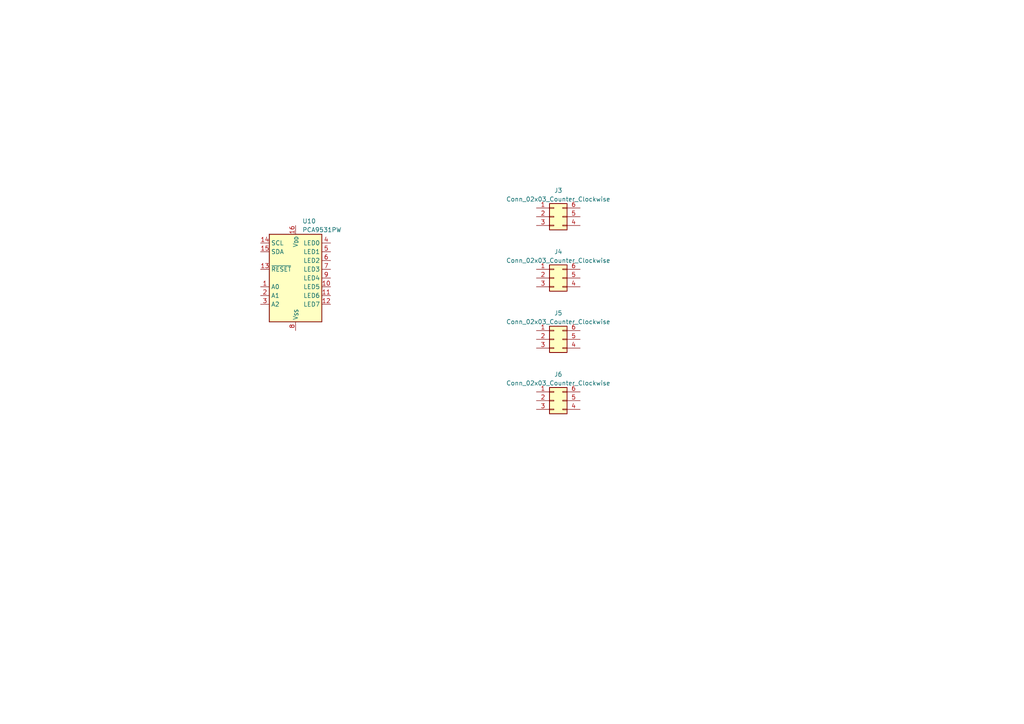
<source format=kicad_sch>
(kicad_sch (version 20230121) (generator eeschema)
  (paper "A4")
  (lib_symbols
    (symbol "Connector_Generic:Conn_02x03_Counter_Clockwise" (pin_names (offset 1.016) hide)
      (property "Reference" "J" (at 1.27 5.08 0))
      (property "Value" "Conn_02x03_Counter_Clockwise" (at 1.27 -5.08 0))
      (symbol "Conn_02x03_Counter_Clockwise_1_1"
        (rectangle (start -1.27 -2.413) (end 0 -2.667) (stroke (width 0.1524)))
        (rectangle (start -1.27 0.127) (end 0 -0.127) (stroke (width 0.1524)))
        (rectangle (start -1.27 2.667) (end 0 2.413) (stroke (width 0.1524)))
        (rectangle (start -1.27 3.81) (end 3.81 -3.81) (stroke (width 0.254)) (fill (type background)))
        (rectangle (start 3.81 -2.413) (end 2.54 -2.667) (stroke (width 0.1524)))
        (rectangle (start 3.81 0.127) (end 2.54 -0.127) (stroke (width 0.1524)))
        (rectangle (start 3.81 2.667) (end 2.54 2.413) (stroke (width 0.1524)))
        (pin passive line (at -5.08 2.54 0) (length 3.81) (name "Pin_1") (number "1"))
        (pin passive line (at -5.08 0 0) (length 3.81) (name "Pin_2") (number "2"))
        (pin passive line (at -5.08 -2.54 0) (length 3.81) (name "Pin_3") (number "3"))
        (pin passive line (at 7.62 -2.54 180) (length 3.81) (name "Pin_4") (number "4"))
        (pin passive line (at 7.62 0 180) (length 3.81) (name "Pin_5") (number "5"))
        (pin passive line (at 7.62 2.54 180) (length 3.81) (name "Pin_6") (number "6"))
      )
    )
    (symbol "Driver_LED:PCA9531PW"
      (property "Reference" "U" (at -7.62 13.97 0))
      (property "Value" "PCA9531PW" (at 6.35 -13.97 0))
      (symbol "PCA9531PW_0_1"
        (rectangle (start -7.62 12.7) (end 7.62 -12.7) (stroke (width 0.254)) (fill (type background)))
      )
      (symbol "PCA9531PW_1_1"
        (pin input line (at -10.16 -2.54 0) (length 2.54) (name "A0") (number "1"))
        (pin open_collector line (at 10.16 -2.54 180) (length 2.54) (name "LED5") (number "10"))
        (pin open_collector line (at 10.16 -5.08 180) (length 2.54) (name "LED6") (number "11"))
        (pin open_collector line (at 10.16 -7.62 180) (length 2.54) (name "LED7") (number "12"))
        (pin input line (at -10.16 2.54 0) (length 2.54) (name "~{RESET}") (number "13"))
        (pin input line (at -10.16 10.16 0) (length 2.54) (name "SCL") (number "14"))
        (pin bidirectional line (at -10.16 7.62 0) (length 2.54) (name "SDA") (number "15"))
        (pin power_in line (at 0 15.24 270) (length 2.54) (name "V_{DD}") (number "16"))
        (pin input line (at -10.16 -5.08 0) (length 2.54) (name "A1") (number "2"))
        (pin input line (at -10.16 -7.62 0) (length 2.54) (name "A2") (number "3"))
        (pin open_collector line (at 10.16 10.16 180) (length 2.54) (name "LED0") (number "4"))
        (pin open_collector line (at 10.16 7.62 180) (length 2.54) (name "LED1") (number "5"))
        (pin open_collector line (at 10.16 5.08 180) (length 2.54) (name "LED2") (number "6"))
        (pin open_collector line (at 10.16 2.54 180) (length 2.54) (name "LED3") (number "7"))
        (pin power_in line (at 0 -15.24 90) (length 2.54) (name "V_{SS}") (number "8"))
        (pin open_collector line (at 10.16 0 180) (length 2.54) (name "LED4") (number "9"))
      )
    )
  )
  (symbol (lib_id "Driver_LED:PCA9531PW") (at 85.725 80.645 0) (unit 1)
    (property "Reference" "U10" (at 87.6809 64.135 0) (effects (justify left)))
    (property "Value" "PCA9531PW" (at 87.6809 66.675 0) (effects (justify left)))
    (property "Footprint" "Package_SO:TSSOP-16_4.4x5mm_P0.65mm" (effects hide))
    (property "Datasheet" "https://www.nxp.com/docs/en/data-sheet/PCA9531.pdf" (effects hide))
    (instances (project "Motors" (path "" (reference "U10") (unit 1))) (project "RevampDrone" (path "" (reference "U10") (unit 1))) (project "DroneRevamp" (path "" (reference "U10") (unit 1)) (path "" (reference "U4") (unit 1)) (path "" (reference "U4") (unit 1))))
  )
  (symbol (lib_id "Connector_Generic:Conn_02x03_Counter_Clockwise") (at 160.655 98.425 0) (unit 1)
    (property "Reference" "J5" (at 161.925 90.805 0))
    (property "Value" "Conn_02x03_Counter_Clockwise" (at 161.925 93.345 0))
  )
  (symbol (lib_id "Connector_Generic:Conn_02x03_Counter_Clockwise") (at 160.655 62.865 0) (unit 1)
    (property "Reference" "J3" (at 161.925 55.245 0))
    (property "Value" "Conn_02x03_Counter_Clockwise" (at 161.925 57.785 0))
  )
  (symbol (lib_id "Connector_Generic:Conn_02x03_Counter_Clockwise") (at 160.655 116.205 0) (unit 1)
    (property "Reference" "J6" (at 161.925 108.585 0))
    (property "Value" "Conn_02x03_Counter_Clockwise" (at 161.925 111.125 0))
  )
  (symbol (lib_id "Connector_Generic:Conn_02x03_Counter_Clockwise") (at 160.655 80.645 0) (unit 1)
    (property "Reference" "J4" (at 161.925 73.025 0))
    (property "Value" "Conn_02x03_Counter_Clockwise" (at 161.925 75.565 0))
  )
)
</source>
